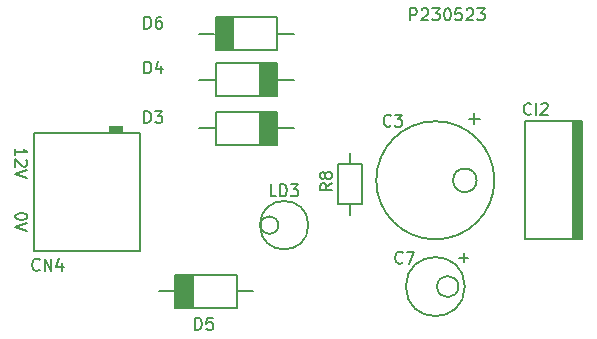
<source format=gbr>
%TF.GenerationSoftware,KiCad,Pcbnew,(5.1.12)-1*%
%TF.CreationDate,2023-06-26T22:50:23-03:00*%
%TF.ProjectId,P230523C10 - Fonte,50323330-3532-4334-9331-30202d20466f,rev?*%
%TF.SameCoordinates,Original*%
%TF.FileFunction,Legend,Top*%
%TF.FilePolarity,Positive*%
%FSLAX46Y46*%
G04 Gerber Fmt 4.6, Leading zero omitted, Abs format (unit mm)*
G04 Created by KiCad (PCBNEW (5.1.12)-1) date 2023-06-26 22:50:23*
%MOMM*%
%LPD*%
G01*
G04 APERTURE LIST*
%ADD10C,0.200000*%
%ADD11C,0.150000*%
%ADD12C,0.100000*%
%ADD13C,0.180000*%
G04 APERTURE END LIST*
D10*
X122447619Y-108023809D02*
X122447619Y-108119047D01*
X122400000Y-108214285D01*
X122352380Y-108261904D01*
X122257142Y-108309523D01*
X122066666Y-108357142D01*
X121828571Y-108357142D01*
X121638095Y-108309523D01*
X121542857Y-108261904D01*
X121495238Y-108214285D01*
X121447619Y-108119047D01*
X121447619Y-108023809D01*
X121495238Y-107928571D01*
X121542857Y-107880952D01*
X121638095Y-107833333D01*
X121828571Y-107785714D01*
X122066666Y-107785714D01*
X122257142Y-107833333D01*
X122352380Y-107880952D01*
X122400000Y-107928571D01*
X122447619Y-108023809D01*
X122447619Y-108642857D02*
X121447619Y-108976190D01*
X122447619Y-109309523D01*
X121447619Y-102880952D02*
X121447619Y-102309523D01*
X121447619Y-102595238D02*
X122447619Y-102595238D01*
X122304761Y-102500000D01*
X122209523Y-102404761D01*
X122161904Y-102309523D01*
X122352380Y-103261904D02*
X122400000Y-103309523D01*
X122447619Y-103404761D01*
X122447619Y-103642857D01*
X122400000Y-103738095D01*
X122352380Y-103785714D01*
X122257142Y-103833333D01*
X122161904Y-103833333D01*
X122019047Y-103785714D01*
X121447619Y-103214285D01*
X121447619Y-103833333D01*
X122447619Y-104119047D02*
X121447619Y-104452380D01*
X122447619Y-104785714D01*
D11*
X154880952Y-91452380D02*
X154880952Y-90452380D01*
X155261904Y-90452380D01*
X155357142Y-90500000D01*
X155404761Y-90547619D01*
X155452380Y-90642857D01*
X155452380Y-90785714D01*
X155404761Y-90880952D01*
X155357142Y-90928571D01*
X155261904Y-90976190D01*
X154880952Y-90976190D01*
X155833333Y-90547619D02*
X155880952Y-90500000D01*
X155976190Y-90452380D01*
X156214285Y-90452380D01*
X156309523Y-90500000D01*
X156357142Y-90547619D01*
X156404761Y-90642857D01*
X156404761Y-90738095D01*
X156357142Y-90880952D01*
X155785714Y-91452380D01*
X156404761Y-91452380D01*
X156738095Y-90452380D02*
X157357142Y-90452380D01*
X157023809Y-90833333D01*
X157166666Y-90833333D01*
X157261904Y-90880952D01*
X157309523Y-90928571D01*
X157357142Y-91023809D01*
X157357142Y-91261904D01*
X157309523Y-91357142D01*
X157261904Y-91404761D01*
X157166666Y-91452380D01*
X156880952Y-91452380D01*
X156785714Y-91404761D01*
X156738095Y-91357142D01*
X157976190Y-90452380D02*
X158071428Y-90452380D01*
X158166666Y-90500000D01*
X158214285Y-90547619D01*
X158261904Y-90642857D01*
X158309523Y-90833333D01*
X158309523Y-91071428D01*
X158261904Y-91261904D01*
X158214285Y-91357142D01*
X158166666Y-91404761D01*
X158071428Y-91452380D01*
X157976190Y-91452380D01*
X157880952Y-91404761D01*
X157833333Y-91357142D01*
X157785714Y-91261904D01*
X157738095Y-91071428D01*
X157738095Y-90833333D01*
X157785714Y-90642857D01*
X157833333Y-90547619D01*
X157880952Y-90500000D01*
X157976190Y-90452380D01*
X159214285Y-90452380D02*
X158738095Y-90452380D01*
X158690476Y-90928571D01*
X158738095Y-90880952D01*
X158833333Y-90833333D01*
X159071428Y-90833333D01*
X159166666Y-90880952D01*
X159214285Y-90928571D01*
X159261904Y-91023809D01*
X159261904Y-91261904D01*
X159214285Y-91357142D01*
X159166666Y-91404761D01*
X159071428Y-91452380D01*
X158833333Y-91452380D01*
X158738095Y-91404761D01*
X158690476Y-91357142D01*
X159642857Y-90547619D02*
X159690476Y-90500000D01*
X159785714Y-90452380D01*
X160023809Y-90452380D01*
X160119047Y-90500000D01*
X160166666Y-90547619D01*
X160214285Y-90642857D01*
X160214285Y-90738095D01*
X160166666Y-90880952D01*
X159595238Y-91452380D01*
X160214285Y-91452380D01*
X160547619Y-90452380D02*
X161166666Y-90452380D01*
X160833333Y-90833333D01*
X160976190Y-90833333D01*
X161071428Y-90880952D01*
X161119047Y-90928571D01*
X161166666Y-91023809D01*
X161166666Y-91261904D01*
X161119047Y-91357142D01*
X161071428Y-91404761D01*
X160976190Y-91452380D01*
X160690476Y-91452380D01*
X160595238Y-91404761D01*
X160547619Y-91357142D01*
D12*
%TO.C,CI2*%
G36*
X168600000Y-110000000D02*
G01*
X168600000Y-100000000D01*
X169400000Y-100000000D01*
X169400000Y-110000000D01*
X168600000Y-110000000D01*
G37*
X168600000Y-110000000D02*
X168600000Y-100000000D01*
X169400000Y-100000000D01*
X169400000Y-110000000D01*
X168600000Y-110000000D01*
D10*
X169400000Y-110000000D02*
X169400000Y-100000000D01*
X164600000Y-110000000D02*
X169400000Y-110000000D01*
X164600000Y-100000000D02*
X164600000Y-110000000D01*
X169400000Y-100000000D02*
X164600000Y-100000000D01*
%TO.C,C3*%
X162001000Y-105000000D02*
G75*
G03*
X162001000Y-105000000I-5001499J0D01*
G01*
X160500000Y-105000000D02*
G75*
G03*
X160500000Y-105000000I-1000000J0D01*
G01*
%TO.C,C7*%
X158951388Y-114000000D02*
G75*
G03*
X158951388Y-114000000I-901388J0D01*
G01*
X159500500Y-114000000D02*
G75*
G03*
X159500500Y-114000000I-2500500J0D01*
G01*
D12*
%TO.C,CN4*%
G36*
X129400000Y-101000000D02*
G01*
X129400000Y-100400000D01*
X130500000Y-100400000D01*
X130500000Y-101000000D01*
X129400000Y-101000000D01*
G37*
X129400000Y-101000000D02*
X129400000Y-100400000D01*
X130500000Y-100400000D01*
X130500000Y-101000000D01*
X129400000Y-101000000D01*
D10*
X123000000Y-101000000D02*
X132000000Y-101000000D01*
X123000000Y-111000000D02*
X123000000Y-101000000D01*
X132000000Y-111000000D02*
X123000000Y-111000000D01*
X132000000Y-101000000D02*
X132000000Y-111000000D01*
%TO.C,D3*%
X143700000Y-100600000D02*
X145000000Y-100600000D01*
X138400000Y-100600000D02*
X137000000Y-100600000D01*
D12*
G36*
X142100000Y-99200000D02*
G01*
X143600000Y-99200000D01*
X143600000Y-102000000D01*
X142100000Y-102000000D01*
X142100000Y-99200000D01*
G37*
X142100000Y-99200000D02*
X143600000Y-99200000D01*
X143600000Y-102000000D01*
X142100000Y-102000000D01*
X142100000Y-99200000D01*
D10*
X143600000Y-99200000D02*
X143600000Y-102000000D01*
X138400000Y-99200000D02*
X143600000Y-99200000D01*
X138400000Y-102000000D02*
X138400000Y-99200000D01*
X143600000Y-102000000D02*
X138400000Y-102000000D01*
%TO.C,D4*%
X143600000Y-97900000D02*
X138400000Y-97900000D01*
X138400000Y-97900000D02*
X138400000Y-95100000D01*
X138400000Y-95100000D02*
X143600000Y-95100000D01*
X143600000Y-95100000D02*
X143600000Y-97900000D01*
D12*
G36*
X142100000Y-95100000D02*
G01*
X143600000Y-95100000D01*
X143600000Y-97900000D01*
X142100000Y-97900000D01*
X142100000Y-95100000D01*
G37*
X142100000Y-95100000D02*
X143600000Y-95100000D01*
X143600000Y-97900000D01*
X142100000Y-97900000D01*
X142100000Y-95100000D01*
D10*
X138400000Y-96500000D02*
X137000000Y-96500000D01*
X143700000Y-96500000D02*
X145000000Y-96500000D01*
%TO.C,D5*%
X134900000Y-114400000D02*
X133600000Y-114400000D01*
X140200000Y-114400000D02*
X141600000Y-114400000D01*
D12*
G36*
X136500000Y-115800000D02*
G01*
X135000000Y-115800000D01*
X135000000Y-113000000D01*
X136500000Y-113000000D01*
X136500000Y-115800000D01*
G37*
X136500000Y-115800000D02*
X135000000Y-115800000D01*
X135000000Y-113000000D01*
X136500000Y-113000000D01*
X136500000Y-115800000D01*
D10*
X135000000Y-115800000D02*
X135000000Y-113000000D01*
X140200000Y-115800000D02*
X135000000Y-115800000D01*
X140200000Y-113000000D02*
X140200000Y-115800000D01*
X135000000Y-113000000D02*
X140200000Y-113000000D01*
%TO.C,D6*%
X138400000Y-91200000D02*
X143600000Y-91200000D01*
X143600000Y-91200000D02*
X143600000Y-94000000D01*
X143600000Y-94000000D02*
X138400000Y-94000000D01*
X138400000Y-94000000D02*
X138400000Y-91200000D01*
D12*
G36*
X139900000Y-94000000D02*
G01*
X138400000Y-94000000D01*
X138400000Y-91200000D01*
X139900000Y-91200000D01*
X139900000Y-94000000D01*
G37*
X139900000Y-94000000D02*
X138400000Y-94000000D01*
X138400000Y-91200000D01*
X139900000Y-91200000D01*
X139900000Y-94000000D01*
D10*
X143600000Y-92600000D02*
X145000000Y-92600000D01*
X138300000Y-92600000D02*
X137000000Y-92600000D01*
%TO.C,LD3*%
X146250000Y-108800000D02*
G75*
G03*
X146250000Y-108800000I-2050000J0D01*
G01*
X143700000Y-108800000D02*
G75*
G03*
X143700000Y-108800000I-750000J0D01*
G01*
%TO.C,R8*%
X149800000Y-103600000D02*
X149800000Y-102700000D01*
X149800000Y-107000000D02*
X149800000Y-107900000D01*
X148800000Y-103600000D02*
X148800000Y-107000000D01*
X150800000Y-103600000D02*
X148800000Y-103600000D01*
X150800000Y-107000000D02*
X150800000Y-103600000D01*
X148800000Y-107000000D02*
X150800000Y-107000000D01*
%TO.C,CI2*%
X165095238Y-99357142D02*
X165047619Y-99404761D01*
X164904761Y-99452380D01*
X164809523Y-99452380D01*
X164666666Y-99404761D01*
X164571428Y-99309523D01*
X164523809Y-99214285D01*
X164476190Y-99023809D01*
X164476190Y-98880952D01*
X164523809Y-98690476D01*
X164571428Y-98595238D01*
X164666666Y-98500000D01*
X164809523Y-98452380D01*
X164904761Y-98452380D01*
X165047619Y-98500000D01*
X165095238Y-98547619D01*
X165523809Y-99452380D02*
X165523809Y-98452380D01*
X165952380Y-98547619D02*
X166000000Y-98500000D01*
X166095238Y-98452380D01*
X166333333Y-98452380D01*
X166428571Y-98500000D01*
X166476190Y-98547619D01*
X166523809Y-98642857D01*
X166523809Y-98738095D01*
X166476190Y-98880952D01*
X165904761Y-99452380D01*
X166523809Y-99452380D01*
%TO.C,C3*%
D13*
X153233333Y-100357142D02*
X153185714Y-100404761D01*
X153042857Y-100452380D01*
X152947619Y-100452380D01*
X152804761Y-100404761D01*
X152709523Y-100309523D01*
X152661904Y-100214285D01*
X152614285Y-100023809D01*
X152614285Y-99880952D01*
X152661904Y-99690476D01*
X152709523Y-99595238D01*
X152804761Y-99500000D01*
X152947619Y-99452380D01*
X153042857Y-99452380D01*
X153185714Y-99500000D01*
X153233333Y-99547619D01*
X153566666Y-99452380D02*
X154185714Y-99452380D01*
X153852380Y-99833333D01*
X153995238Y-99833333D01*
X154090476Y-99880952D01*
X154138095Y-99928571D01*
X154185714Y-100023809D01*
X154185714Y-100261904D01*
X154138095Y-100357142D01*
X154090476Y-100404761D01*
X153995238Y-100452380D01*
X153709523Y-100452380D01*
X153614285Y-100404761D01*
X153566666Y-100357142D01*
D11*
X159842857Y-99785714D02*
X160757142Y-99785714D01*
X160300000Y-100242857D02*
X160300000Y-99328571D01*
%TO.C,C7*%
D13*
X154233333Y-111957142D02*
X154185714Y-112004761D01*
X154042857Y-112052380D01*
X153947619Y-112052380D01*
X153804761Y-112004761D01*
X153709523Y-111909523D01*
X153661904Y-111814285D01*
X153614285Y-111623809D01*
X153614285Y-111480952D01*
X153661904Y-111290476D01*
X153709523Y-111195238D01*
X153804761Y-111100000D01*
X153947619Y-111052380D01*
X154042857Y-111052380D01*
X154185714Y-111100000D01*
X154233333Y-111147619D01*
X154566666Y-111052380D02*
X155233333Y-111052380D01*
X154804761Y-112052380D01*
D11*
X159019047Y-111571428D02*
X159780952Y-111571428D01*
X159400000Y-111952380D02*
X159400000Y-111190476D01*
%TO.C,CN4*%
D13*
X123492523Y-112557142D02*
X123444904Y-112604761D01*
X123302047Y-112652380D01*
X123206809Y-112652380D01*
X123063952Y-112604761D01*
X122968714Y-112509523D01*
X122921095Y-112414285D01*
X122873476Y-112223809D01*
X122873476Y-112080952D01*
X122921095Y-111890476D01*
X122968714Y-111795238D01*
X123063952Y-111700000D01*
X123206809Y-111652380D01*
X123302047Y-111652380D01*
X123444904Y-111700000D01*
X123492523Y-111747619D01*
X123921095Y-112652380D02*
X123921095Y-111652380D01*
X124492523Y-112652380D01*
X124492523Y-111652380D01*
X125397285Y-111985714D02*
X125397285Y-112652380D01*
X125159190Y-111604761D02*
X124921095Y-112319047D01*
X125540142Y-112319047D01*
%TO.C,D3*%
D10*
X132361904Y-100152380D02*
X132361904Y-99152380D01*
X132600000Y-99152380D01*
X132742857Y-99200000D01*
X132838095Y-99295238D01*
X132885714Y-99390476D01*
X132933333Y-99580952D01*
X132933333Y-99723809D01*
X132885714Y-99914285D01*
X132838095Y-100009523D01*
X132742857Y-100104761D01*
X132600000Y-100152380D01*
X132361904Y-100152380D01*
X133266666Y-99152380D02*
X133885714Y-99152380D01*
X133552380Y-99533333D01*
X133695238Y-99533333D01*
X133790476Y-99580952D01*
X133838095Y-99628571D01*
X133885714Y-99723809D01*
X133885714Y-99961904D01*
X133838095Y-100057142D01*
X133790476Y-100104761D01*
X133695238Y-100152380D01*
X133409523Y-100152380D01*
X133314285Y-100104761D01*
X133266666Y-100057142D01*
%TO.C,D4*%
X132361904Y-95952380D02*
X132361904Y-94952380D01*
X132600000Y-94952380D01*
X132742857Y-95000000D01*
X132838095Y-95095238D01*
X132885714Y-95190476D01*
X132933333Y-95380952D01*
X132933333Y-95523809D01*
X132885714Y-95714285D01*
X132838095Y-95809523D01*
X132742857Y-95904761D01*
X132600000Y-95952380D01*
X132361904Y-95952380D01*
X133790476Y-95285714D02*
X133790476Y-95952380D01*
X133552380Y-94904761D02*
X133314285Y-95619047D01*
X133933333Y-95619047D01*
%TO.C,D5*%
X136661904Y-117652380D02*
X136661904Y-116652380D01*
X136900000Y-116652380D01*
X137042857Y-116700000D01*
X137138095Y-116795238D01*
X137185714Y-116890476D01*
X137233333Y-117080952D01*
X137233333Y-117223809D01*
X137185714Y-117414285D01*
X137138095Y-117509523D01*
X137042857Y-117604761D01*
X136900000Y-117652380D01*
X136661904Y-117652380D01*
X138138095Y-116652380D02*
X137661904Y-116652380D01*
X137614285Y-117128571D01*
X137661904Y-117080952D01*
X137757142Y-117033333D01*
X137995238Y-117033333D01*
X138090476Y-117080952D01*
X138138095Y-117128571D01*
X138185714Y-117223809D01*
X138185714Y-117461904D01*
X138138095Y-117557142D01*
X138090476Y-117604761D01*
X137995238Y-117652380D01*
X137757142Y-117652380D01*
X137661904Y-117604761D01*
X137614285Y-117557142D01*
%TO.C,D6*%
X132361904Y-92152380D02*
X132361904Y-91152380D01*
X132600000Y-91152380D01*
X132742857Y-91200000D01*
X132838095Y-91295238D01*
X132885714Y-91390476D01*
X132933333Y-91580952D01*
X132933333Y-91723809D01*
X132885714Y-91914285D01*
X132838095Y-92009523D01*
X132742857Y-92104761D01*
X132600000Y-92152380D01*
X132361904Y-92152380D01*
X133790476Y-91152380D02*
X133600000Y-91152380D01*
X133504761Y-91200000D01*
X133457142Y-91247619D01*
X133361904Y-91390476D01*
X133314285Y-91580952D01*
X133314285Y-91961904D01*
X133361904Y-92057142D01*
X133409523Y-92104761D01*
X133504761Y-92152380D01*
X133695238Y-92152380D01*
X133790476Y-92104761D01*
X133838095Y-92057142D01*
X133885714Y-91961904D01*
X133885714Y-91723809D01*
X133838095Y-91628571D01*
X133790476Y-91580952D01*
X133695238Y-91533333D01*
X133504761Y-91533333D01*
X133409523Y-91580952D01*
X133361904Y-91628571D01*
X133314285Y-91723809D01*
%TO.C,LD3*%
X143533333Y-106352380D02*
X143057142Y-106352380D01*
X143057142Y-105352380D01*
X143866666Y-106352380D02*
X143866666Y-105352380D01*
X144104761Y-105352380D01*
X144247619Y-105400000D01*
X144342857Y-105495238D01*
X144390476Y-105590476D01*
X144438095Y-105780952D01*
X144438095Y-105923809D01*
X144390476Y-106114285D01*
X144342857Y-106209523D01*
X144247619Y-106304761D01*
X144104761Y-106352380D01*
X143866666Y-106352380D01*
X144771428Y-105352380D02*
X145390476Y-105352380D01*
X145057142Y-105733333D01*
X145200000Y-105733333D01*
X145295238Y-105780952D01*
X145342857Y-105828571D01*
X145390476Y-105923809D01*
X145390476Y-106161904D01*
X145342857Y-106257142D01*
X145295238Y-106304761D01*
X145200000Y-106352380D01*
X144914285Y-106352380D01*
X144819047Y-106304761D01*
X144771428Y-106257142D01*
%TO.C,R8*%
D13*
X148252380Y-105266666D02*
X147776190Y-105600000D01*
X148252380Y-105838095D02*
X147252380Y-105838095D01*
X147252380Y-105457142D01*
X147300000Y-105361904D01*
X147347619Y-105314285D01*
X147442857Y-105266666D01*
X147585714Y-105266666D01*
X147680952Y-105314285D01*
X147728571Y-105361904D01*
X147776190Y-105457142D01*
X147776190Y-105838095D01*
X147680952Y-104695238D02*
X147633333Y-104790476D01*
X147585714Y-104838095D01*
X147490476Y-104885714D01*
X147442857Y-104885714D01*
X147347619Y-104838095D01*
X147300000Y-104790476D01*
X147252380Y-104695238D01*
X147252380Y-104504761D01*
X147300000Y-104409523D01*
X147347619Y-104361904D01*
X147442857Y-104314285D01*
X147490476Y-104314285D01*
X147585714Y-104361904D01*
X147633333Y-104409523D01*
X147680952Y-104504761D01*
X147680952Y-104695238D01*
X147728571Y-104790476D01*
X147776190Y-104838095D01*
X147871428Y-104885714D01*
X148061904Y-104885714D01*
X148157142Y-104838095D01*
X148204761Y-104790476D01*
X148252380Y-104695238D01*
X148252380Y-104504761D01*
X148204761Y-104409523D01*
X148157142Y-104361904D01*
X148061904Y-104314285D01*
X147871428Y-104314285D01*
X147776190Y-104361904D01*
X147728571Y-104409523D01*
X147680952Y-104504761D01*
%TD*%
M02*

</source>
